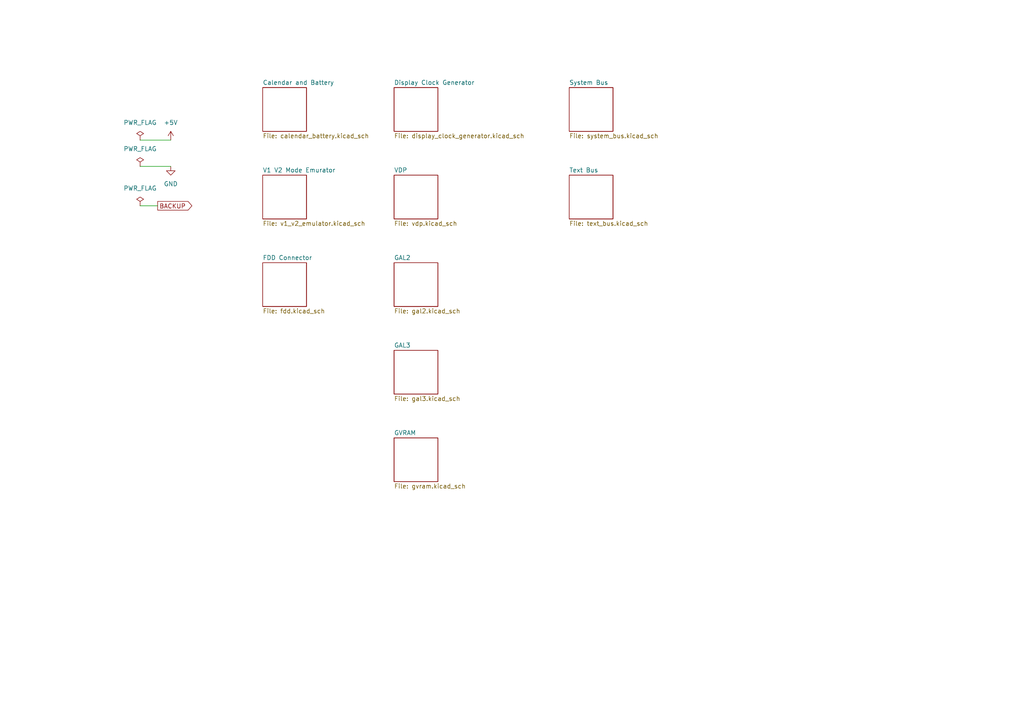
<source format=kicad_sch>
(kicad_sch (version 20230121) (generator eeschema)

  (uuid 8cd193ae-a369-4130-9ba4-f2075fa60e2b)

  (paper "A4")

  (title_block
    (title "PC-88VA2 メイン基板 PWD-665")
  )

  (lib_symbols
    (symbol "power:+5V" (power) (pin_names (offset 0)) (in_bom yes) (on_board yes)
      (property "Reference" "#PWR" (at 0 -3.81 0)
        (effects (font (size 1.27 1.27)) hide)
      )
      (property "Value" "+5V" (at 0 3.556 0)
        (effects (font (size 1.27 1.27)))
      )
      (property "Footprint" "" (at 0 0 0)
        (effects (font (size 1.27 1.27)) hide)
      )
      (property "Datasheet" "" (at 0 0 0)
        (effects (font (size 1.27 1.27)) hide)
      )
      (property "ki_keywords" "global power" (at 0 0 0)
        (effects (font (size 1.27 1.27)) hide)
      )
      (property "ki_description" "Power symbol creates a global label with name \"+5V\"" (at 0 0 0)
        (effects (font (size 1.27 1.27)) hide)
      )
      (symbol "+5V_0_1"
        (polyline
          (pts
            (xy -0.762 1.27)
            (xy 0 2.54)
          )
          (stroke (width 0) (type default))
          (fill (type none))
        )
        (polyline
          (pts
            (xy 0 0)
            (xy 0 2.54)
          )
          (stroke (width 0) (type default))
          (fill (type none))
        )
        (polyline
          (pts
            (xy 0 2.54)
            (xy 0.762 1.27)
          )
          (stroke (width 0) (type default))
          (fill (type none))
        )
      )
      (symbol "+5V_1_1"
        (pin power_in line (at 0 0 90) (length 0) hide
          (name "+5V" (effects (font (size 1.27 1.27))))
          (number "1" (effects (font (size 1.27 1.27))))
        )
      )
    )
    (symbol "power:GND" (power) (pin_names (offset 0)) (in_bom yes) (on_board yes)
      (property "Reference" "#PWR" (at 0 -6.35 0)
        (effects (font (size 1.27 1.27)) hide)
      )
      (property "Value" "GND" (at 0 -3.81 0)
        (effects (font (size 1.27 1.27)))
      )
      (property "Footprint" "" (at 0 0 0)
        (effects (font (size 1.27 1.27)) hide)
      )
      (property "Datasheet" "" (at 0 0 0)
        (effects (font (size 1.27 1.27)) hide)
      )
      (property "ki_keywords" "global power" (at 0 0 0)
        (effects (font (size 1.27 1.27)) hide)
      )
      (property "ki_description" "Power symbol creates a global label with name \"GND\" , ground" (at 0 0 0)
        (effects (font (size 1.27 1.27)) hide)
      )
      (symbol "GND_0_1"
        (polyline
          (pts
            (xy 0 0)
            (xy 0 -1.27)
            (xy 1.27 -1.27)
            (xy 0 -2.54)
            (xy -1.27 -1.27)
            (xy 0 -1.27)
          )
          (stroke (width 0) (type default))
          (fill (type none))
        )
      )
      (symbol "GND_1_1"
        (pin power_in line (at 0 0 270) (length 0) hide
          (name "GND" (effects (font (size 1.27 1.27))))
          (number "1" (effects (font (size 1.27 1.27))))
        )
      )
    )
    (symbol "power:PWR_FLAG" (power) (pin_numbers hide) (pin_names (offset 0) hide) (in_bom yes) (on_board yes)
      (property "Reference" "#FLG" (at 0 1.905 0)
        (effects (font (size 1.27 1.27)) hide)
      )
      (property "Value" "PWR_FLAG" (at 0 3.81 0)
        (effects (font (size 1.27 1.27)))
      )
      (property "Footprint" "" (at 0 0 0)
        (effects (font (size 1.27 1.27)) hide)
      )
      (property "Datasheet" "~" (at 0 0 0)
        (effects (font (size 1.27 1.27)) hide)
      )
      (property "ki_keywords" "flag power" (at 0 0 0)
        (effects (font (size 1.27 1.27)) hide)
      )
      (property "ki_description" "Special symbol for telling ERC where power comes from" (at 0 0 0)
        (effects (font (size 1.27 1.27)) hide)
      )
      (symbol "PWR_FLAG_0_0"
        (pin power_out line (at 0 0 90) (length 0)
          (name "pwr" (effects (font (size 1.27 1.27))))
          (number "1" (effects (font (size 1.27 1.27))))
        )
      )
      (symbol "PWR_FLAG_0_1"
        (polyline
          (pts
            (xy 0 0)
            (xy 0 1.27)
            (xy -1.016 1.905)
            (xy 0 2.54)
            (xy 1.016 1.905)
            (xy 0 1.27)
          )
          (stroke (width 0) (type default))
          (fill (type none))
        )
      )
    )
  )


  (wire (pts (xy 40.64 59.69) (xy 45.72 59.69))
    (stroke (width 0) (type default))
    (uuid 3b6af87d-cd68-433e-b8c9-a9b99b2ac965)
  )
  (wire (pts (xy 40.64 40.64) (xy 49.53 40.64))
    (stroke (width 0) (type default))
    (uuid ae7399d2-9f63-4ea3-86ec-fc514eca02f4)
  )
  (wire (pts (xy 40.64 48.26) (xy 49.53 48.26))
    (stroke (width 0) (type default))
    (uuid f7106149-afe9-4286-a1f5-b7bade877f95)
  )

  (global_label "BACKUP" (shape output) (at 45.72 59.69 0) (fields_autoplaced)
    (effects (font (size 1.27 1.27)) (justify left))
    (uuid 2d4b8538-0361-4750-9c2a-9463ab824c7d)
    (property "Intersheetrefs" "${INTERSHEET_REFS}" (at 56.2043 59.69 0)
      (effects (font (size 1.27 1.27)) (justify left) hide)
    )
  )

  (symbol (lib_id "power:GND") (at 49.53 48.26 0) (unit 1)
    (in_bom yes) (on_board yes) (dnp no) (fields_autoplaced)
    (uuid 297c740f-4313-452e-8f1b-a88d5ddf0be4)
    (property "Reference" "#PWR013" (at 49.53 54.61 0)
      (effects (font (size 1.27 1.27)) hide)
    )
    (property "Value" "GND" (at 49.53 53.34 0)
      (effects (font (size 1.27 1.27)))
    )
    (property "Footprint" "" (at 49.53 48.26 0)
      (effects (font (size 1.27 1.27)) hide)
    )
    (property "Datasheet" "" (at 49.53 48.26 0)
      (effects (font (size 1.27 1.27)) hide)
    )
    (pin "1" (uuid a623027d-0897-4714-91d6-2a2b770f5596))
    (instances
      (project "88va2-circuit"
        (path "/8cd193ae-a369-4130-9ba4-f2075fa60e2b"
          (reference "#PWR013") (unit 1)
        )
      )
    )
  )

  (symbol (lib_id "power:PWR_FLAG") (at 40.64 48.26 0) (unit 1)
    (in_bom yes) (on_board yes) (dnp no) (fields_autoplaced)
    (uuid 30e09b5a-3c63-41ef-9ce9-a8f18d6795c6)
    (property "Reference" "#FLG02" (at 40.64 46.355 0)
      (effects (font (size 1.27 1.27)) hide)
    )
    (property "Value" "PWR_FLAG" (at 40.64 43.18 0)
      (effects (font (size 1.27 1.27)))
    )
    (property "Footprint" "" (at 40.64 48.26 0)
      (effects (font (size 1.27 1.27)) hide)
    )
    (property "Datasheet" "~" (at 40.64 48.26 0)
      (effects (font (size 1.27 1.27)) hide)
    )
    (pin "1" (uuid a4bd76a0-4f44-49c0-8787-57996fd2e791))
    (instances
      (project "88va2-circuit"
        (path "/8cd193ae-a369-4130-9ba4-f2075fa60e2b"
          (reference "#FLG02") (unit 1)
        )
      )
    )
  )

  (symbol (lib_id "power:PWR_FLAG") (at 40.64 40.64 0) (unit 1)
    (in_bom yes) (on_board yes) (dnp no) (fields_autoplaced)
    (uuid 387306b5-49e8-42c8-83b4-dd822dc5b578)
    (property "Reference" "#FLG01" (at 40.64 38.735 0)
      (effects (font (size 1.27 1.27)) hide)
    )
    (property "Value" "PWR_FLAG" (at 40.64 35.56 0)
      (effects (font (size 1.27 1.27)))
    )
    (property "Footprint" "" (at 40.64 40.64 0)
      (effects (font (size 1.27 1.27)) hide)
    )
    (property "Datasheet" "~" (at 40.64 40.64 0)
      (effects (font (size 1.27 1.27)) hide)
    )
    (pin "1" (uuid 83f16c3a-e5f6-4313-a275-4eaf5c971563))
    (instances
      (project "88va2-circuit"
        (path "/8cd193ae-a369-4130-9ba4-f2075fa60e2b"
          (reference "#FLG01") (unit 1)
        )
      )
    )
  )

  (symbol (lib_id "power:PWR_FLAG") (at 40.64 59.69 0) (unit 1)
    (in_bom yes) (on_board yes) (dnp no) (fields_autoplaced)
    (uuid 93ef203d-2bc5-46ab-80ed-a776546b7ed1)
    (property "Reference" "#FLG03" (at 40.64 57.785 0)
      (effects (font (size 1.27 1.27)) hide)
    )
    (property "Value" "PWR_FLAG" (at 40.64 54.61 0)
      (effects (font (size 1.27 1.27)))
    )
    (property "Footprint" "" (at 40.64 59.69 0)
      (effects (font (size 1.27 1.27)) hide)
    )
    (property "Datasheet" "~" (at 40.64 59.69 0)
      (effects (font (size 1.27 1.27)) hide)
    )
    (pin "1" (uuid 7f738fc9-4e64-477d-aa75-fefed6880b70))
    (instances
      (project "88va2-circuit"
        (path "/8cd193ae-a369-4130-9ba4-f2075fa60e2b"
          (reference "#FLG03") (unit 1)
        )
      )
    )
  )

  (symbol (lib_id "power:+5V") (at 49.53 40.64 0) (unit 1)
    (in_bom yes) (on_board yes) (dnp no) (fields_autoplaced)
    (uuid e4b2897f-8bd8-479e-bbcb-8f4e3d3a8458)
    (property "Reference" "#PWR012" (at 49.53 44.45 0)
      (effects (font (size 1.27 1.27)) hide)
    )
    (property "Value" "+5V" (at 49.53 35.56 0)
      (effects (font (size 1.27 1.27)))
    )
    (property "Footprint" "" (at 49.53 40.64 0)
      (effects (font (size 1.27 1.27)) hide)
    )
    (property "Datasheet" "" (at 49.53 40.64 0)
      (effects (font (size 1.27 1.27)) hide)
    )
    (pin "1" (uuid 74e96ac6-bdb8-4337-9ee0-0a74f81b46ee))
    (instances
      (project "88va2-circuit"
        (path "/8cd193ae-a369-4130-9ba4-f2075fa60e2b"
          (reference "#PWR012") (unit 1)
        )
      )
    )
  )

  (sheet (at 76.2 76.2) (size 12.7 12.7) (fields_autoplaced)
    (stroke (width 0.1524) (type solid))
    (fill (color 0 0 0 0.0000))
    (uuid 2ca9362f-b9ab-4d0b-a9b8-cae3f1219ec1)
    (property "Sheetname" "FDD Connector" (at 76.2 75.4884 0)
      (effects (font (size 1.27 1.27)) (justify left bottom))
    )
    (property "Sheetfile" "fdd.kicad_sch" (at 76.2 89.4846 0)
      (effects (font (size 1.27 1.27)) (justify left top))
    )
    (instances
      (project "88va2-circuit"
        (path "/8cd193ae-a369-4130-9ba4-f2075fa60e2b" (page "4"))
      )
    )
  )

  (sheet (at 76.2 50.8) (size 12.7 12.7) (fields_autoplaced)
    (stroke (width 0.1524) (type solid))
    (fill (color 0 0 0 0.0000))
    (uuid 4936267e-2afc-4e41-be53-b97a571a33d1)
    (property "Sheetname" "V1 V2 Mode Emurator" (at 76.2 50.0884 0)
      (effects (font (size 1.27 1.27)) (justify left bottom))
    )
    (property "Sheetfile" "v1_v2_emulator.kicad_sch" (at 76.2 64.0846 0)
      (effects (font (size 1.27 1.27)) (justify left top))
    )
    (instances
      (project "88va2-circuit"
        (path "/8cd193ae-a369-4130-9ba4-f2075fa60e2b" (page "3"))
      )
    )
  )

  (sheet (at 165.1 25.4) (size 12.7 12.7) (fields_autoplaced)
    (stroke (width 0.1524) (type solid))
    (fill (color 0 0 0 0.0000))
    (uuid 605c9c3f-be07-475c-99c8-c23c6df2722c)
    (property "Sheetname" "System Bus" (at 165.1 24.6884 0)
      (effects (font (size 1.27 1.27)) (justify left bottom))
    )
    (property "Sheetfile" "system_bus.kicad_sch" (at 165.1 38.6846 0)
      (effects (font (size 1.27 1.27)) (justify left top))
    )
    (instances
      (project "88va2-circuit"
        (path "/8cd193ae-a369-4130-9ba4-f2075fa60e2b" (page "10"))
      )
    )
  )

  (sheet (at 114.3 101.6) (size 12.7 12.7) (fields_autoplaced)
    (stroke (width 0.1524) (type solid))
    (fill (color 0 0 0 0.0000))
    (uuid 69b5e096-b79d-4084-a9d7-aa17e9aa2515)
    (property "Sheetname" "GAL3" (at 114.3 100.8884 0)
      (effects (font (size 1.27 1.27)) (justify left bottom))
    )
    (property "Sheetfile" "gal3.kicad_sch" (at 114.3 114.8846 0)
      (effects (font (size 1.27 1.27)) (justify left top))
    )
    (instances
      (project "88va2-circuit"
        (path "/8cd193ae-a369-4130-9ba4-f2075fa60e2b" (page "7"))
      )
    )
  )

  (sheet (at 114.3 127) (size 12.7 12.7) (fields_autoplaced)
    (stroke (width 0.1524) (type solid))
    (fill (color 0 0 0 0.0000))
    (uuid 76916e6e-91c4-4399-b840-8694698835e3)
    (property "Sheetname" "GVRAM" (at 114.3 126.2884 0)
      (effects (font (size 1.27 1.27)) (justify left bottom))
    )
    (property "Sheetfile" "gvram.kicad_sch" (at 114.3 140.2846 0)
      (effects (font (size 1.27 1.27)) (justify left top))
    )
    (instances
      (project "88va2-circuit"
        (path "/8cd193ae-a369-4130-9ba4-f2075fa60e2b" (page "8"))
      )
    )
  )

  (sheet (at 165.1 50.8) (size 12.7 12.7) (fields_autoplaced)
    (stroke (width 0.1524) (type solid))
    (fill (color 0 0 0 0.0000))
    (uuid 7ce583fd-6fd4-415f-bf2b-9ba03e1dfc99)
    (property "Sheetname" "Text Bus" (at 165.1 50.0884 0)
      (effects (font (size 1.27 1.27)) (justify left bottom))
    )
    (property "Sheetfile" "text_bus.kicad_sch" (at 165.1 64.0846 0)
      (effects (font (size 1.27 1.27)) (justify left top))
    )
    (instances
      (project "88va2-circuit"
        (path "/8cd193ae-a369-4130-9ba4-f2075fa60e2b" (page "5"))
      )
    )
  )

  (sheet (at 114.3 25.4) (size 12.7 12.7) (fields_autoplaced)
    (stroke (width 0.1524) (type solid))
    (fill (color 0 0 0 0.0000))
    (uuid a9ec1b06-0436-45c3-a7a0-5c02e89a41c5)
    (property "Sheetname" "Display Clock Generator" (at 114.3 24.6884 0)
      (effects (font (size 1.27 1.27)) (justify left bottom))
    )
    (property "Sheetfile" "display_clock_generator.kicad_sch" (at 114.3 38.6846 0)
      (effects (font (size 1.27 1.27)) (justify left top))
    )
    (instances
      (project "88va2-circuit"
        (path "/8cd193ae-a369-4130-9ba4-f2075fa60e2b" (page "11"))
      )
    )
  )

  (sheet (at 114.3 50.8) (size 12.7 12.7) (fields_autoplaced)
    (stroke (width 0.1524) (type solid))
    (fill (color 0 0 0 0.0000))
    (uuid b24159c5-a6e1-4bb0-b734-d29260f70f4e)
    (property "Sheetname" "VDP" (at 114.3 50.0884 0)
      (effects (font (size 1.27 1.27)) (justify left bottom))
    )
    (property "Sheetfile" "vdp.kicad_sch" (at 114.3 64.0846 0)
      (effects (font (size 1.27 1.27)) (justify left top))
    )
    (instances
      (project "88va2-circuit"
        (path "/8cd193ae-a369-4130-9ba4-f2075fa60e2b" (page "9"))
      )
    )
  )

  (sheet (at 76.2 25.4) (size 12.7 12.7) (fields_autoplaced)
    (stroke (width 0.1524) (type solid))
    (fill (color 0 0 0 0.0000))
    (uuid d1ce4ab1-dfff-4863-9bdb-fbcf1ed2ff6f)
    (property "Sheetname" "Calendar and Battery" (at 76.2 24.6884 0)
      (effects (font (size 1.27 1.27)) (justify left bottom))
    )
    (property "Sheetfile" "calendar_battery.kicad_sch" (at 76.2 38.6846 0)
      (effects (font (size 1.27 1.27)) (justify left top))
    )
    (instances
      (project "88va2-circuit"
        (path "/8cd193ae-a369-4130-9ba4-f2075fa60e2b" (page "2"))
      )
    )
  )

  (sheet (at 114.3 76.2) (size 12.7 12.7) (fields_autoplaced)
    (stroke (width 0.1524) (type solid))
    (fill (color 0 0 0 0.0000))
    (uuid f59e7f94-cf7f-47b7-8dfe-df68bce2aad2)
    (property "Sheetname" "GAL2" (at 114.3 75.4884 0)
      (effects (font (size 1.27 1.27)) (justify left bottom))
    )
    (property "Sheetfile" "gal2.kicad_sch" (at 114.3 89.4846 0)
      (effects (font (size 1.27 1.27)) (justify left top))
    )
    (instances
      (project "88va2-circuit"
        (path "/8cd193ae-a369-4130-9ba4-f2075fa60e2b" (page "6"))
      )
    )
  )

  (sheet_instances
    (path "/" (page "1"))
  )
)

</source>
